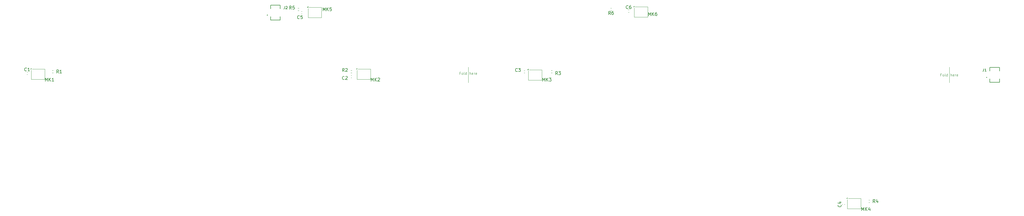
<source format=gbr>
%TF.GenerationSoftware,KiCad,Pcbnew,9.0.2*%
%TF.CreationDate,2025-06-25T18:58:00+02:00*%
%TF.ProjectId,flex_mems,666c6578-5f6d-4656-9d73-2e6b69636164,rev?*%
%TF.SameCoordinates,Original*%
%TF.FileFunction,Legend,Top*%
%TF.FilePolarity,Positive*%
%FSLAX46Y46*%
G04 Gerber Fmt 4.6, Leading zero omitted, Abs format (unit mm)*
G04 Created by KiCad (PCBNEW 9.0.2) date 2025-06-25 18:58:00*
%MOMM*%
%LPD*%
G01*
G04 APERTURE LIST*
%ADD10C,0.120000*%
%ADD11C,0.080000*%
%ADD12C,0.150000*%
%ADD13C,0.127000*%
%ADD14C,0.200000*%
G04 APERTURE END LIST*
D10*
X222500000Y-144600000D02*
X222500000Y-149400000D01*
X372500000Y-144600000D02*
X372500000Y-149400000D01*
D11*
X370009773Y-146978887D02*
X369743107Y-146978887D01*
X369743107Y-147397935D02*
X369743107Y-146597935D01*
X369743107Y-146597935D02*
X370124059Y-146597935D01*
X370543106Y-147397935D02*
X370466916Y-147359840D01*
X370466916Y-147359840D02*
X370428821Y-147321744D01*
X370428821Y-147321744D02*
X370390725Y-147245554D01*
X370390725Y-147245554D02*
X370390725Y-147016982D01*
X370390725Y-147016982D02*
X370428821Y-146940792D01*
X370428821Y-146940792D02*
X370466916Y-146902697D01*
X370466916Y-146902697D02*
X370543106Y-146864601D01*
X370543106Y-146864601D02*
X370657392Y-146864601D01*
X370657392Y-146864601D02*
X370733583Y-146902697D01*
X370733583Y-146902697D02*
X370771678Y-146940792D01*
X370771678Y-146940792D02*
X370809773Y-147016982D01*
X370809773Y-147016982D02*
X370809773Y-147245554D01*
X370809773Y-147245554D02*
X370771678Y-147321744D01*
X370771678Y-147321744D02*
X370733583Y-147359840D01*
X370733583Y-147359840D02*
X370657392Y-147397935D01*
X370657392Y-147397935D02*
X370543106Y-147397935D01*
X371266916Y-147397935D02*
X371190726Y-147359840D01*
X371190726Y-147359840D02*
X371152631Y-147283649D01*
X371152631Y-147283649D02*
X371152631Y-146597935D01*
X371914536Y-147397935D02*
X371914536Y-146597935D01*
X371914536Y-147359840D02*
X371838345Y-147397935D01*
X371838345Y-147397935D02*
X371685964Y-147397935D01*
X371685964Y-147397935D02*
X371609774Y-147359840D01*
X371609774Y-147359840D02*
X371571679Y-147321744D01*
X371571679Y-147321744D02*
X371533583Y-147245554D01*
X371533583Y-147245554D02*
X371533583Y-147016982D01*
X371533583Y-147016982D02*
X371571679Y-146940792D01*
X371571679Y-146940792D02*
X371609774Y-146902697D01*
X371609774Y-146902697D02*
X371685964Y-146864601D01*
X371685964Y-146864601D02*
X371838345Y-146864601D01*
X371838345Y-146864601D02*
X371914536Y-146902697D01*
X372905013Y-147397935D02*
X372905013Y-146597935D01*
X373247870Y-147397935D02*
X373247870Y-146978887D01*
X373247870Y-146978887D02*
X373209775Y-146902697D01*
X373209775Y-146902697D02*
X373133584Y-146864601D01*
X373133584Y-146864601D02*
X373019298Y-146864601D01*
X373019298Y-146864601D02*
X372943108Y-146902697D01*
X372943108Y-146902697D02*
X372905013Y-146940792D01*
X373933585Y-147359840D02*
X373857394Y-147397935D01*
X373857394Y-147397935D02*
X373705013Y-147397935D01*
X373705013Y-147397935D02*
X373628823Y-147359840D01*
X373628823Y-147359840D02*
X373590727Y-147283649D01*
X373590727Y-147283649D02*
X373590727Y-146978887D01*
X373590727Y-146978887D02*
X373628823Y-146902697D01*
X373628823Y-146902697D02*
X373705013Y-146864601D01*
X373705013Y-146864601D02*
X373857394Y-146864601D01*
X373857394Y-146864601D02*
X373933585Y-146902697D01*
X373933585Y-146902697D02*
X373971680Y-146978887D01*
X373971680Y-146978887D02*
X373971680Y-147055078D01*
X373971680Y-147055078D02*
X373590727Y-147131268D01*
X374314537Y-147397935D02*
X374314537Y-146864601D01*
X374314537Y-147016982D02*
X374352632Y-146940792D01*
X374352632Y-146940792D02*
X374390727Y-146902697D01*
X374390727Y-146902697D02*
X374466918Y-146864601D01*
X374466918Y-146864601D02*
X374543108Y-146864601D01*
X375114537Y-147359840D02*
X375038346Y-147397935D01*
X375038346Y-147397935D02*
X374885965Y-147397935D01*
X374885965Y-147397935D02*
X374809775Y-147359840D01*
X374809775Y-147359840D02*
X374771679Y-147283649D01*
X374771679Y-147283649D02*
X374771679Y-146978887D01*
X374771679Y-146978887D02*
X374809775Y-146902697D01*
X374809775Y-146902697D02*
X374885965Y-146864601D01*
X374885965Y-146864601D02*
X375038346Y-146864601D01*
X375038346Y-146864601D02*
X375114537Y-146902697D01*
X375114537Y-146902697D02*
X375152632Y-146978887D01*
X375152632Y-146978887D02*
X375152632Y-147055078D01*
X375152632Y-147055078D02*
X374771679Y-147131268D01*
X220009773Y-146478887D02*
X219743107Y-146478887D01*
X219743107Y-146897935D02*
X219743107Y-146097935D01*
X219743107Y-146097935D02*
X220124059Y-146097935D01*
X220543106Y-146897935D02*
X220466916Y-146859840D01*
X220466916Y-146859840D02*
X220428821Y-146821744D01*
X220428821Y-146821744D02*
X220390725Y-146745554D01*
X220390725Y-146745554D02*
X220390725Y-146516982D01*
X220390725Y-146516982D02*
X220428821Y-146440792D01*
X220428821Y-146440792D02*
X220466916Y-146402697D01*
X220466916Y-146402697D02*
X220543106Y-146364601D01*
X220543106Y-146364601D02*
X220657392Y-146364601D01*
X220657392Y-146364601D02*
X220733583Y-146402697D01*
X220733583Y-146402697D02*
X220771678Y-146440792D01*
X220771678Y-146440792D02*
X220809773Y-146516982D01*
X220809773Y-146516982D02*
X220809773Y-146745554D01*
X220809773Y-146745554D02*
X220771678Y-146821744D01*
X220771678Y-146821744D02*
X220733583Y-146859840D01*
X220733583Y-146859840D02*
X220657392Y-146897935D01*
X220657392Y-146897935D02*
X220543106Y-146897935D01*
X221266916Y-146897935D02*
X221190726Y-146859840D01*
X221190726Y-146859840D02*
X221152631Y-146783649D01*
X221152631Y-146783649D02*
X221152631Y-146097935D01*
X221914536Y-146897935D02*
X221914536Y-146097935D01*
X221914536Y-146859840D02*
X221838345Y-146897935D01*
X221838345Y-146897935D02*
X221685964Y-146897935D01*
X221685964Y-146897935D02*
X221609774Y-146859840D01*
X221609774Y-146859840D02*
X221571679Y-146821744D01*
X221571679Y-146821744D02*
X221533583Y-146745554D01*
X221533583Y-146745554D02*
X221533583Y-146516982D01*
X221533583Y-146516982D02*
X221571679Y-146440792D01*
X221571679Y-146440792D02*
X221609774Y-146402697D01*
X221609774Y-146402697D02*
X221685964Y-146364601D01*
X221685964Y-146364601D02*
X221838345Y-146364601D01*
X221838345Y-146364601D02*
X221914536Y-146402697D01*
X222905013Y-146897935D02*
X222905013Y-146097935D01*
X223247870Y-146897935D02*
X223247870Y-146478887D01*
X223247870Y-146478887D02*
X223209775Y-146402697D01*
X223209775Y-146402697D02*
X223133584Y-146364601D01*
X223133584Y-146364601D02*
X223019298Y-146364601D01*
X223019298Y-146364601D02*
X222943108Y-146402697D01*
X222943108Y-146402697D02*
X222905013Y-146440792D01*
X223933585Y-146859840D02*
X223857394Y-146897935D01*
X223857394Y-146897935D02*
X223705013Y-146897935D01*
X223705013Y-146897935D02*
X223628823Y-146859840D01*
X223628823Y-146859840D02*
X223590727Y-146783649D01*
X223590727Y-146783649D02*
X223590727Y-146478887D01*
X223590727Y-146478887D02*
X223628823Y-146402697D01*
X223628823Y-146402697D02*
X223705013Y-146364601D01*
X223705013Y-146364601D02*
X223857394Y-146364601D01*
X223857394Y-146364601D02*
X223933585Y-146402697D01*
X223933585Y-146402697D02*
X223971680Y-146478887D01*
X223971680Y-146478887D02*
X223971680Y-146555078D01*
X223971680Y-146555078D02*
X223590727Y-146631268D01*
X224314537Y-146897935D02*
X224314537Y-146364601D01*
X224314537Y-146516982D02*
X224352632Y-146440792D01*
X224352632Y-146440792D02*
X224390727Y-146402697D01*
X224390727Y-146402697D02*
X224466918Y-146364601D01*
X224466918Y-146364601D02*
X224543108Y-146364601D01*
X225114537Y-146859840D02*
X225038346Y-146897935D01*
X225038346Y-146897935D02*
X224885965Y-146897935D01*
X224885965Y-146897935D02*
X224809775Y-146859840D01*
X224809775Y-146859840D02*
X224771679Y-146783649D01*
X224771679Y-146783649D02*
X224771679Y-146478887D01*
X224771679Y-146478887D02*
X224809775Y-146402697D01*
X224809775Y-146402697D02*
X224885965Y-146364601D01*
X224885965Y-146364601D02*
X225038346Y-146364601D01*
X225038346Y-146364601D02*
X225114537Y-146402697D01*
X225114537Y-146402697D02*
X225152632Y-146478887D01*
X225152632Y-146478887D02*
X225152632Y-146555078D01*
X225152632Y-146555078D02*
X224771679Y-146631268D01*
D12*
X177190476Y-126954819D02*
X177190476Y-125954819D01*
X177190476Y-125954819D02*
X177523809Y-126669104D01*
X177523809Y-126669104D02*
X177857142Y-125954819D01*
X177857142Y-125954819D02*
X177857142Y-126954819D01*
X178333333Y-126954819D02*
X178333333Y-125954819D01*
X178904761Y-126954819D02*
X178476190Y-126383390D01*
X178904761Y-125954819D02*
X178333333Y-126526247D01*
X179809523Y-125954819D02*
X179333333Y-125954819D01*
X179333333Y-125954819D02*
X179285714Y-126431009D01*
X179285714Y-126431009D02*
X179333333Y-126383390D01*
X179333333Y-126383390D02*
X179428571Y-126335771D01*
X179428571Y-126335771D02*
X179666666Y-126335771D01*
X179666666Y-126335771D02*
X179761904Y-126383390D01*
X179761904Y-126383390D02*
X179809523Y-126431009D01*
X179809523Y-126431009D02*
X179857142Y-126526247D01*
X179857142Y-126526247D02*
X179857142Y-126764342D01*
X179857142Y-126764342D02*
X179809523Y-126859580D01*
X179809523Y-126859580D02*
X179761904Y-126907200D01*
X179761904Y-126907200D02*
X179666666Y-126954819D01*
X179666666Y-126954819D02*
X179428571Y-126954819D01*
X179428571Y-126954819D02*
X179333333Y-126907200D01*
X179333333Y-126907200D02*
X179285714Y-126859580D01*
X165233333Y-125562295D02*
X165233333Y-126133723D01*
X165233333Y-126133723D02*
X165195238Y-126248009D01*
X165195238Y-126248009D02*
X165119047Y-126324200D01*
X165119047Y-126324200D02*
X165004762Y-126362295D01*
X165004762Y-126362295D02*
X164928571Y-126362295D01*
X165576190Y-125638485D02*
X165614286Y-125600390D01*
X165614286Y-125600390D02*
X165690476Y-125562295D01*
X165690476Y-125562295D02*
X165880952Y-125562295D01*
X165880952Y-125562295D02*
X165957143Y-125600390D01*
X165957143Y-125600390D02*
X165995238Y-125638485D01*
X165995238Y-125638485D02*
X166033333Y-125714676D01*
X166033333Y-125714676D02*
X166033333Y-125790866D01*
X166033333Y-125790866D02*
X165995238Y-125905152D01*
X165995238Y-125905152D02*
X165538095Y-126362295D01*
X165538095Y-126362295D02*
X166033333Y-126362295D01*
X338699580Y-187666666D02*
X338747200Y-187714285D01*
X338747200Y-187714285D02*
X338794819Y-187857142D01*
X338794819Y-187857142D02*
X338794819Y-187952380D01*
X338794819Y-187952380D02*
X338747200Y-188095237D01*
X338747200Y-188095237D02*
X338651961Y-188190475D01*
X338651961Y-188190475D02*
X338556723Y-188238094D01*
X338556723Y-188238094D02*
X338366247Y-188285713D01*
X338366247Y-188285713D02*
X338223390Y-188285713D01*
X338223390Y-188285713D02*
X338032914Y-188238094D01*
X338032914Y-188238094D02*
X337937676Y-188190475D01*
X337937676Y-188190475D02*
X337842438Y-188095237D01*
X337842438Y-188095237D02*
X337794819Y-187952380D01*
X337794819Y-187952380D02*
X337794819Y-187857142D01*
X337794819Y-187857142D02*
X337842438Y-187714285D01*
X337842438Y-187714285D02*
X337890057Y-187666666D01*
X338128152Y-186809523D02*
X338794819Y-186809523D01*
X337747200Y-187047618D02*
X338461485Y-187285713D01*
X338461485Y-187285713D02*
X338461485Y-186666666D01*
X245690476Y-148954819D02*
X245690476Y-147954819D01*
X245690476Y-147954819D02*
X246023809Y-148669104D01*
X246023809Y-148669104D02*
X246357142Y-147954819D01*
X246357142Y-147954819D02*
X246357142Y-148954819D01*
X246833333Y-148954819D02*
X246833333Y-147954819D01*
X247404761Y-148954819D02*
X246976190Y-148383390D01*
X247404761Y-147954819D02*
X246833333Y-148526247D01*
X247738095Y-147954819D02*
X248357142Y-147954819D01*
X248357142Y-147954819D02*
X248023809Y-148335771D01*
X248023809Y-148335771D02*
X248166666Y-148335771D01*
X248166666Y-148335771D02*
X248261904Y-148383390D01*
X248261904Y-148383390D02*
X248309523Y-148431009D01*
X248309523Y-148431009D02*
X248357142Y-148526247D01*
X248357142Y-148526247D02*
X248357142Y-148764342D01*
X248357142Y-148764342D02*
X248309523Y-148859580D01*
X248309523Y-148859580D02*
X248261904Y-148907200D01*
X248261904Y-148907200D02*
X248166666Y-148954819D01*
X248166666Y-148954819D02*
X247880952Y-148954819D01*
X247880952Y-148954819D02*
X247785714Y-148907200D01*
X247785714Y-148907200D02*
X247738095Y-148859580D01*
X192190476Y-148954819D02*
X192190476Y-147954819D01*
X192190476Y-147954819D02*
X192523809Y-148669104D01*
X192523809Y-148669104D02*
X192857142Y-147954819D01*
X192857142Y-147954819D02*
X192857142Y-148954819D01*
X193333333Y-148954819D02*
X193333333Y-147954819D01*
X193904761Y-148954819D02*
X193476190Y-148383390D01*
X193904761Y-147954819D02*
X193333333Y-148526247D01*
X194285714Y-148050057D02*
X194333333Y-148002438D01*
X194333333Y-148002438D02*
X194428571Y-147954819D01*
X194428571Y-147954819D02*
X194666666Y-147954819D01*
X194666666Y-147954819D02*
X194761904Y-148002438D01*
X194761904Y-148002438D02*
X194809523Y-148050057D01*
X194809523Y-148050057D02*
X194857142Y-148145295D01*
X194857142Y-148145295D02*
X194857142Y-148240533D01*
X194857142Y-148240533D02*
X194809523Y-148383390D01*
X194809523Y-148383390D02*
X194238095Y-148954819D01*
X194238095Y-148954819D02*
X194857142Y-148954819D01*
X278690476Y-128454819D02*
X278690476Y-127454819D01*
X278690476Y-127454819D02*
X279023809Y-128169104D01*
X279023809Y-128169104D02*
X279357142Y-127454819D01*
X279357142Y-127454819D02*
X279357142Y-128454819D01*
X279833333Y-128454819D02*
X279833333Y-127454819D01*
X280404761Y-128454819D02*
X279976190Y-127883390D01*
X280404761Y-127454819D02*
X279833333Y-128026247D01*
X281261904Y-127454819D02*
X281071428Y-127454819D01*
X281071428Y-127454819D02*
X280976190Y-127502438D01*
X280976190Y-127502438D02*
X280928571Y-127550057D01*
X280928571Y-127550057D02*
X280833333Y-127692914D01*
X280833333Y-127692914D02*
X280785714Y-127883390D01*
X280785714Y-127883390D02*
X280785714Y-128264342D01*
X280785714Y-128264342D02*
X280833333Y-128359580D01*
X280833333Y-128359580D02*
X280880952Y-128407200D01*
X280880952Y-128407200D02*
X280976190Y-128454819D01*
X280976190Y-128454819D02*
X281166666Y-128454819D01*
X281166666Y-128454819D02*
X281261904Y-128407200D01*
X281261904Y-128407200D02*
X281309523Y-128359580D01*
X281309523Y-128359580D02*
X281357142Y-128264342D01*
X281357142Y-128264342D02*
X281357142Y-128026247D01*
X281357142Y-128026247D02*
X281309523Y-127931009D01*
X281309523Y-127931009D02*
X281261904Y-127883390D01*
X281261904Y-127883390D02*
X281166666Y-127835771D01*
X281166666Y-127835771D02*
X280976190Y-127835771D01*
X280976190Y-127835771D02*
X280880952Y-127883390D01*
X280880952Y-127883390D02*
X280833333Y-127931009D01*
X280833333Y-127931009D02*
X280785714Y-128026247D01*
X94723333Y-146454819D02*
X94390000Y-145978628D01*
X94151905Y-146454819D02*
X94151905Y-145454819D01*
X94151905Y-145454819D02*
X94532857Y-145454819D01*
X94532857Y-145454819D02*
X94628095Y-145502438D01*
X94628095Y-145502438D02*
X94675714Y-145550057D01*
X94675714Y-145550057D02*
X94723333Y-145645295D01*
X94723333Y-145645295D02*
X94723333Y-145788152D01*
X94723333Y-145788152D02*
X94675714Y-145883390D01*
X94675714Y-145883390D02*
X94628095Y-145931009D01*
X94628095Y-145931009D02*
X94532857Y-145978628D01*
X94532857Y-145978628D02*
X94151905Y-145978628D01*
X95675714Y-146454819D02*
X95104286Y-146454819D01*
X95390000Y-146454819D02*
X95390000Y-145454819D01*
X95390000Y-145454819D02*
X95294762Y-145597676D01*
X95294762Y-145597676D02*
X95199524Y-145692914D01*
X95199524Y-145692914D02*
X95104286Y-145740533D01*
X90580476Y-148954819D02*
X90580476Y-147954819D01*
X90580476Y-147954819D02*
X90913809Y-148669104D01*
X90913809Y-148669104D02*
X91247142Y-147954819D01*
X91247142Y-147954819D02*
X91247142Y-148954819D01*
X91723333Y-148954819D02*
X91723333Y-147954819D01*
X92294761Y-148954819D02*
X91866190Y-148383390D01*
X92294761Y-147954819D02*
X91723333Y-148526247D01*
X93247142Y-148954819D02*
X92675714Y-148954819D01*
X92961428Y-148954819D02*
X92961428Y-147954819D01*
X92961428Y-147954819D02*
X92866190Y-148097676D01*
X92866190Y-148097676D02*
X92770952Y-148192914D01*
X92770952Y-148192914D02*
X92675714Y-148240533D01*
X84743333Y-145699580D02*
X84695714Y-145747200D01*
X84695714Y-145747200D02*
X84552857Y-145794819D01*
X84552857Y-145794819D02*
X84457619Y-145794819D01*
X84457619Y-145794819D02*
X84314762Y-145747200D01*
X84314762Y-145747200D02*
X84219524Y-145651961D01*
X84219524Y-145651961D02*
X84171905Y-145556723D01*
X84171905Y-145556723D02*
X84124286Y-145366247D01*
X84124286Y-145366247D02*
X84124286Y-145223390D01*
X84124286Y-145223390D02*
X84171905Y-145032914D01*
X84171905Y-145032914D02*
X84219524Y-144937676D01*
X84219524Y-144937676D02*
X84314762Y-144842438D01*
X84314762Y-144842438D02*
X84457619Y-144794819D01*
X84457619Y-144794819D02*
X84552857Y-144794819D01*
X84552857Y-144794819D02*
X84695714Y-144842438D01*
X84695714Y-144842438D02*
X84743333Y-144890057D01*
X85695714Y-145794819D02*
X85124286Y-145794819D01*
X85410000Y-145794819D02*
X85410000Y-144794819D01*
X85410000Y-144794819D02*
X85314762Y-144937676D01*
X85314762Y-144937676D02*
X85219524Y-145032914D01*
X85219524Y-145032914D02*
X85124286Y-145080533D01*
X272333333Y-126199580D02*
X272285714Y-126247200D01*
X272285714Y-126247200D02*
X272142857Y-126294819D01*
X272142857Y-126294819D02*
X272047619Y-126294819D01*
X272047619Y-126294819D02*
X271904762Y-126247200D01*
X271904762Y-126247200D02*
X271809524Y-126151961D01*
X271809524Y-126151961D02*
X271761905Y-126056723D01*
X271761905Y-126056723D02*
X271714286Y-125866247D01*
X271714286Y-125866247D02*
X271714286Y-125723390D01*
X271714286Y-125723390D02*
X271761905Y-125532914D01*
X271761905Y-125532914D02*
X271809524Y-125437676D01*
X271809524Y-125437676D02*
X271904762Y-125342438D01*
X271904762Y-125342438D02*
X272047619Y-125294819D01*
X272047619Y-125294819D02*
X272142857Y-125294819D01*
X272142857Y-125294819D02*
X272285714Y-125342438D01*
X272285714Y-125342438D02*
X272333333Y-125390057D01*
X273190476Y-125294819D02*
X273000000Y-125294819D01*
X273000000Y-125294819D02*
X272904762Y-125342438D01*
X272904762Y-125342438D02*
X272857143Y-125390057D01*
X272857143Y-125390057D02*
X272761905Y-125532914D01*
X272761905Y-125532914D02*
X272714286Y-125723390D01*
X272714286Y-125723390D02*
X272714286Y-126104342D01*
X272714286Y-126104342D02*
X272761905Y-126199580D01*
X272761905Y-126199580D02*
X272809524Y-126247200D01*
X272809524Y-126247200D02*
X272904762Y-126294819D01*
X272904762Y-126294819D02*
X273095238Y-126294819D01*
X273095238Y-126294819D02*
X273190476Y-126247200D01*
X273190476Y-126247200D02*
X273238095Y-126199580D01*
X273238095Y-126199580D02*
X273285714Y-126104342D01*
X273285714Y-126104342D02*
X273285714Y-125866247D01*
X273285714Y-125866247D02*
X273238095Y-125771009D01*
X273238095Y-125771009D02*
X273190476Y-125723390D01*
X273190476Y-125723390D02*
X273095238Y-125675771D01*
X273095238Y-125675771D02*
X272904762Y-125675771D01*
X272904762Y-125675771D02*
X272809524Y-125723390D01*
X272809524Y-125723390D02*
X272761905Y-125771009D01*
X272761905Y-125771009D02*
X272714286Y-125866247D01*
X345190476Y-189454819D02*
X345190476Y-188454819D01*
X345190476Y-188454819D02*
X345523809Y-189169104D01*
X345523809Y-189169104D02*
X345857142Y-188454819D01*
X345857142Y-188454819D02*
X345857142Y-189454819D01*
X346333333Y-189454819D02*
X346333333Y-188454819D01*
X346904761Y-189454819D02*
X346476190Y-188883390D01*
X346904761Y-188454819D02*
X346333333Y-189026247D01*
X347761904Y-188788152D02*
X347761904Y-189454819D01*
X347523809Y-188407200D02*
X347285714Y-189121485D01*
X347285714Y-189121485D02*
X347904761Y-189121485D01*
X266833333Y-128124819D02*
X266500000Y-127648628D01*
X266261905Y-128124819D02*
X266261905Y-127124819D01*
X266261905Y-127124819D02*
X266642857Y-127124819D01*
X266642857Y-127124819D02*
X266738095Y-127172438D01*
X266738095Y-127172438D02*
X266785714Y-127220057D01*
X266785714Y-127220057D02*
X266833333Y-127315295D01*
X266833333Y-127315295D02*
X266833333Y-127458152D01*
X266833333Y-127458152D02*
X266785714Y-127553390D01*
X266785714Y-127553390D02*
X266738095Y-127601009D01*
X266738095Y-127601009D02*
X266642857Y-127648628D01*
X266642857Y-127648628D02*
X266261905Y-127648628D01*
X267690476Y-127124819D02*
X267500000Y-127124819D01*
X267500000Y-127124819D02*
X267404762Y-127172438D01*
X267404762Y-127172438D02*
X267357143Y-127220057D01*
X267357143Y-127220057D02*
X267261905Y-127362914D01*
X267261905Y-127362914D02*
X267214286Y-127553390D01*
X267214286Y-127553390D02*
X267214286Y-127934342D01*
X267214286Y-127934342D02*
X267261905Y-128029580D01*
X267261905Y-128029580D02*
X267309524Y-128077200D01*
X267309524Y-128077200D02*
X267404762Y-128124819D01*
X267404762Y-128124819D02*
X267595238Y-128124819D01*
X267595238Y-128124819D02*
X267690476Y-128077200D01*
X267690476Y-128077200D02*
X267738095Y-128029580D01*
X267738095Y-128029580D02*
X267785714Y-127934342D01*
X267785714Y-127934342D02*
X267785714Y-127696247D01*
X267785714Y-127696247D02*
X267738095Y-127601009D01*
X267738095Y-127601009D02*
X267690476Y-127553390D01*
X267690476Y-127553390D02*
X267595238Y-127505771D01*
X267595238Y-127505771D02*
X267404762Y-127505771D01*
X267404762Y-127505771D02*
X267309524Y-127553390D01*
X267309524Y-127553390D02*
X267261905Y-127601009D01*
X267261905Y-127601009D02*
X267214286Y-127696247D01*
X183833333Y-145954819D02*
X183500000Y-145478628D01*
X183261905Y-145954819D02*
X183261905Y-144954819D01*
X183261905Y-144954819D02*
X183642857Y-144954819D01*
X183642857Y-144954819D02*
X183738095Y-145002438D01*
X183738095Y-145002438D02*
X183785714Y-145050057D01*
X183785714Y-145050057D02*
X183833333Y-145145295D01*
X183833333Y-145145295D02*
X183833333Y-145288152D01*
X183833333Y-145288152D02*
X183785714Y-145383390D01*
X183785714Y-145383390D02*
X183738095Y-145431009D01*
X183738095Y-145431009D02*
X183642857Y-145478628D01*
X183642857Y-145478628D02*
X183261905Y-145478628D01*
X184214286Y-145050057D02*
X184261905Y-145002438D01*
X184261905Y-145002438D02*
X184357143Y-144954819D01*
X184357143Y-144954819D02*
X184595238Y-144954819D01*
X184595238Y-144954819D02*
X184690476Y-145002438D01*
X184690476Y-145002438D02*
X184738095Y-145050057D01*
X184738095Y-145050057D02*
X184785714Y-145145295D01*
X184785714Y-145145295D02*
X184785714Y-145240533D01*
X184785714Y-145240533D02*
X184738095Y-145383390D01*
X184738095Y-145383390D02*
X184166667Y-145954819D01*
X184166667Y-145954819D02*
X184785714Y-145954819D01*
X250333333Y-146954819D02*
X250000000Y-146478628D01*
X249761905Y-146954819D02*
X249761905Y-145954819D01*
X249761905Y-145954819D02*
X250142857Y-145954819D01*
X250142857Y-145954819D02*
X250238095Y-146002438D01*
X250238095Y-146002438D02*
X250285714Y-146050057D01*
X250285714Y-146050057D02*
X250333333Y-146145295D01*
X250333333Y-146145295D02*
X250333333Y-146288152D01*
X250333333Y-146288152D02*
X250285714Y-146383390D01*
X250285714Y-146383390D02*
X250238095Y-146431009D01*
X250238095Y-146431009D02*
X250142857Y-146478628D01*
X250142857Y-146478628D02*
X249761905Y-146478628D01*
X250666667Y-145954819D02*
X251285714Y-145954819D01*
X251285714Y-145954819D02*
X250952381Y-146335771D01*
X250952381Y-146335771D02*
X251095238Y-146335771D01*
X251095238Y-146335771D02*
X251190476Y-146383390D01*
X251190476Y-146383390D02*
X251238095Y-146431009D01*
X251238095Y-146431009D02*
X251285714Y-146526247D01*
X251285714Y-146526247D02*
X251285714Y-146764342D01*
X251285714Y-146764342D02*
X251238095Y-146859580D01*
X251238095Y-146859580D02*
X251190476Y-146907200D01*
X251190476Y-146907200D02*
X251095238Y-146954819D01*
X251095238Y-146954819D02*
X250809524Y-146954819D01*
X250809524Y-146954819D02*
X250714286Y-146907200D01*
X250714286Y-146907200D02*
X250666667Y-146859580D01*
X183833333Y-148359580D02*
X183785714Y-148407200D01*
X183785714Y-148407200D02*
X183642857Y-148454819D01*
X183642857Y-148454819D02*
X183547619Y-148454819D01*
X183547619Y-148454819D02*
X183404762Y-148407200D01*
X183404762Y-148407200D02*
X183309524Y-148311961D01*
X183309524Y-148311961D02*
X183261905Y-148216723D01*
X183261905Y-148216723D02*
X183214286Y-148026247D01*
X183214286Y-148026247D02*
X183214286Y-147883390D01*
X183214286Y-147883390D02*
X183261905Y-147692914D01*
X183261905Y-147692914D02*
X183309524Y-147597676D01*
X183309524Y-147597676D02*
X183404762Y-147502438D01*
X183404762Y-147502438D02*
X183547619Y-147454819D01*
X183547619Y-147454819D02*
X183642857Y-147454819D01*
X183642857Y-147454819D02*
X183785714Y-147502438D01*
X183785714Y-147502438D02*
X183833333Y-147550057D01*
X184214286Y-147550057D02*
X184261905Y-147502438D01*
X184261905Y-147502438D02*
X184357143Y-147454819D01*
X184357143Y-147454819D02*
X184595238Y-147454819D01*
X184595238Y-147454819D02*
X184690476Y-147502438D01*
X184690476Y-147502438D02*
X184738095Y-147550057D01*
X184738095Y-147550057D02*
X184785714Y-147645295D01*
X184785714Y-147645295D02*
X184785714Y-147740533D01*
X184785714Y-147740533D02*
X184738095Y-147883390D01*
X184738095Y-147883390D02*
X184166667Y-148454819D01*
X184166667Y-148454819D02*
X184785714Y-148454819D01*
X349333333Y-186954819D02*
X349000000Y-186478628D01*
X348761905Y-186954819D02*
X348761905Y-185954819D01*
X348761905Y-185954819D02*
X349142857Y-185954819D01*
X349142857Y-185954819D02*
X349238095Y-186002438D01*
X349238095Y-186002438D02*
X349285714Y-186050057D01*
X349285714Y-186050057D02*
X349333333Y-186145295D01*
X349333333Y-186145295D02*
X349333333Y-186288152D01*
X349333333Y-186288152D02*
X349285714Y-186383390D01*
X349285714Y-186383390D02*
X349238095Y-186431009D01*
X349238095Y-186431009D02*
X349142857Y-186478628D01*
X349142857Y-186478628D02*
X348761905Y-186478628D01*
X350190476Y-186288152D02*
X350190476Y-186954819D01*
X349952381Y-185907200D02*
X349714286Y-186621485D01*
X349714286Y-186621485D02*
X350333333Y-186621485D01*
X169833333Y-129359580D02*
X169785714Y-129407200D01*
X169785714Y-129407200D02*
X169642857Y-129454819D01*
X169642857Y-129454819D02*
X169547619Y-129454819D01*
X169547619Y-129454819D02*
X169404762Y-129407200D01*
X169404762Y-129407200D02*
X169309524Y-129311961D01*
X169309524Y-129311961D02*
X169261905Y-129216723D01*
X169261905Y-129216723D02*
X169214286Y-129026247D01*
X169214286Y-129026247D02*
X169214286Y-128883390D01*
X169214286Y-128883390D02*
X169261905Y-128692914D01*
X169261905Y-128692914D02*
X169309524Y-128597676D01*
X169309524Y-128597676D02*
X169404762Y-128502438D01*
X169404762Y-128502438D02*
X169547619Y-128454819D01*
X169547619Y-128454819D02*
X169642857Y-128454819D01*
X169642857Y-128454819D02*
X169785714Y-128502438D01*
X169785714Y-128502438D02*
X169833333Y-128550057D01*
X170738095Y-128454819D02*
X170261905Y-128454819D01*
X170261905Y-128454819D02*
X170214286Y-128931009D01*
X170214286Y-128931009D02*
X170261905Y-128883390D01*
X170261905Y-128883390D02*
X170357143Y-128835771D01*
X170357143Y-128835771D02*
X170595238Y-128835771D01*
X170595238Y-128835771D02*
X170690476Y-128883390D01*
X170690476Y-128883390D02*
X170738095Y-128931009D01*
X170738095Y-128931009D02*
X170785714Y-129026247D01*
X170785714Y-129026247D02*
X170785714Y-129264342D01*
X170785714Y-129264342D02*
X170738095Y-129359580D01*
X170738095Y-129359580D02*
X170690476Y-129407200D01*
X170690476Y-129407200D02*
X170595238Y-129454819D01*
X170595238Y-129454819D02*
X170357143Y-129454819D01*
X170357143Y-129454819D02*
X170261905Y-129407200D01*
X170261905Y-129407200D02*
X170214286Y-129359580D01*
X383233333Y-145062295D02*
X383233333Y-145633723D01*
X383233333Y-145633723D02*
X383195238Y-145748009D01*
X383195238Y-145748009D02*
X383119047Y-145824200D01*
X383119047Y-145824200D02*
X383004762Y-145862295D01*
X383004762Y-145862295D02*
X382928571Y-145862295D01*
X384033333Y-145862295D02*
X383576190Y-145862295D01*
X383804762Y-145862295D02*
X383804762Y-145062295D01*
X383804762Y-145062295D02*
X383728571Y-145176580D01*
X383728571Y-145176580D02*
X383652381Y-145252771D01*
X383652381Y-145252771D02*
X383576190Y-145290866D01*
X237833333Y-145859580D02*
X237785714Y-145907200D01*
X237785714Y-145907200D02*
X237642857Y-145954819D01*
X237642857Y-145954819D02*
X237547619Y-145954819D01*
X237547619Y-145954819D02*
X237404762Y-145907200D01*
X237404762Y-145907200D02*
X237309524Y-145811961D01*
X237309524Y-145811961D02*
X237261905Y-145716723D01*
X237261905Y-145716723D02*
X237214286Y-145526247D01*
X237214286Y-145526247D02*
X237214286Y-145383390D01*
X237214286Y-145383390D02*
X237261905Y-145192914D01*
X237261905Y-145192914D02*
X237309524Y-145097676D01*
X237309524Y-145097676D02*
X237404762Y-145002438D01*
X237404762Y-145002438D02*
X237547619Y-144954819D01*
X237547619Y-144954819D02*
X237642857Y-144954819D01*
X237642857Y-144954819D02*
X237785714Y-145002438D01*
X237785714Y-145002438D02*
X237833333Y-145050057D01*
X238166667Y-144954819D02*
X238785714Y-144954819D01*
X238785714Y-144954819D02*
X238452381Y-145335771D01*
X238452381Y-145335771D02*
X238595238Y-145335771D01*
X238595238Y-145335771D02*
X238690476Y-145383390D01*
X238690476Y-145383390D02*
X238738095Y-145431009D01*
X238738095Y-145431009D02*
X238785714Y-145526247D01*
X238785714Y-145526247D02*
X238785714Y-145764342D01*
X238785714Y-145764342D02*
X238738095Y-145859580D01*
X238738095Y-145859580D02*
X238690476Y-145907200D01*
X238690476Y-145907200D02*
X238595238Y-145954819D01*
X238595238Y-145954819D02*
X238309524Y-145954819D01*
X238309524Y-145954819D02*
X238214286Y-145907200D01*
X238214286Y-145907200D02*
X238166667Y-145859580D01*
X167333333Y-126454819D02*
X167000000Y-125978628D01*
X166761905Y-126454819D02*
X166761905Y-125454819D01*
X166761905Y-125454819D02*
X167142857Y-125454819D01*
X167142857Y-125454819D02*
X167238095Y-125502438D01*
X167238095Y-125502438D02*
X167285714Y-125550057D01*
X167285714Y-125550057D02*
X167333333Y-125645295D01*
X167333333Y-125645295D02*
X167333333Y-125788152D01*
X167333333Y-125788152D02*
X167285714Y-125883390D01*
X167285714Y-125883390D02*
X167238095Y-125931009D01*
X167238095Y-125931009D02*
X167142857Y-125978628D01*
X167142857Y-125978628D02*
X166761905Y-125978628D01*
X168238095Y-125454819D02*
X167761905Y-125454819D01*
X167761905Y-125454819D02*
X167714286Y-125931009D01*
X167714286Y-125931009D02*
X167761905Y-125883390D01*
X167761905Y-125883390D02*
X167857143Y-125835771D01*
X167857143Y-125835771D02*
X168095238Y-125835771D01*
X168095238Y-125835771D02*
X168190476Y-125883390D01*
X168190476Y-125883390D02*
X168238095Y-125931009D01*
X168238095Y-125931009D02*
X168285714Y-126026247D01*
X168285714Y-126026247D02*
X168285714Y-126264342D01*
X168285714Y-126264342D02*
X168238095Y-126359580D01*
X168238095Y-126359580D02*
X168190476Y-126407200D01*
X168190476Y-126407200D02*
X168095238Y-126454819D01*
X168095238Y-126454819D02*
X167857143Y-126454819D01*
X167857143Y-126454819D02*
X167761905Y-126407200D01*
X167761905Y-126407200D02*
X167714286Y-126359580D01*
D10*
%TO.C,MK5*%
X172510000Y-129110000D02*
X172510000Y-126190000D01*
X172810000Y-125890000D02*
X176730000Y-125890000D01*
X176730000Y-125890000D02*
X176730000Y-129110000D01*
X176730000Y-129110000D02*
X172510000Y-129110000D01*
X172510000Y-125890000D02*
X172230000Y-125890000D01*
X172510000Y-125610000D01*
X172510000Y-125890000D01*
G36*
X172510000Y-125890000D02*
G01*
X172230000Y-125890000D01*
X172510000Y-125610000D01*
X172510000Y-125890000D01*
G37*
D13*
%TO.C,J2*%
X160820000Y-125200000D02*
X160820000Y-126280000D01*
X160820000Y-128720000D02*
X160820000Y-129800000D01*
X160820000Y-129800000D02*
X163820000Y-129800000D01*
X163820000Y-125200000D02*
X160820000Y-125200000D01*
X163820000Y-126280000D02*
X163820000Y-125200000D01*
X163820000Y-129800000D02*
X163820000Y-128720000D01*
D14*
X159920000Y-128300000D02*
G75*
G02*
X159720000Y-128300000I-100000J0D01*
G01*
X159720000Y-128300000D02*
G75*
G02*
X159920000Y-128300000I100000J0D01*
G01*
D10*
%TO.C,C4*%
X339140000Y-187607836D02*
X339140000Y-187392164D01*
X339860000Y-187607836D02*
X339860000Y-187392164D01*
%TO.C,MK3*%
X241210000Y-148610000D02*
X241210000Y-145690000D01*
X241510000Y-145390000D02*
X245430000Y-145390000D01*
X245430000Y-145390000D02*
X245430000Y-148610000D01*
X245430000Y-148610000D02*
X241210000Y-148610000D01*
X241210000Y-145390000D02*
X240930000Y-145390000D01*
X241210000Y-145110000D01*
X241210000Y-145390000D01*
G36*
X241210000Y-145390000D02*
G01*
X240930000Y-145390000D01*
X241210000Y-145110000D01*
X241210000Y-145390000D01*
G37*
%TO.C,MK2*%
X187810000Y-148417000D02*
X187810000Y-145497000D01*
X188110000Y-145197000D02*
X192030000Y-145197000D01*
X192030000Y-145197000D02*
X192030000Y-148417000D01*
X192030000Y-148417000D02*
X187810000Y-148417000D01*
X187810000Y-145197000D02*
X187530000Y-145197000D01*
X187810000Y-144917000D01*
X187810000Y-145197000D01*
G36*
X187810000Y-145197000D02*
G01*
X187530000Y-145197000D01*
X187810000Y-144917000D01*
X187810000Y-145197000D01*
G37*
%TO.C,MK6*%
X274210000Y-128920000D02*
X274210000Y-126000000D01*
X274510000Y-125700000D02*
X278430000Y-125700000D01*
X278430000Y-125700000D02*
X278430000Y-128920000D01*
X278430000Y-128920000D02*
X274210000Y-128920000D01*
X274210000Y-125700000D02*
X273930000Y-125700000D01*
X274210000Y-125420000D01*
X274210000Y-125700000D01*
G36*
X274210000Y-125700000D02*
G01*
X273930000Y-125700000D01*
X274210000Y-125420000D01*
X274210000Y-125700000D01*
G37*
%TO.C,R1*%
X92736359Y-145620000D02*
X93043641Y-145620000D01*
X92736359Y-146380000D02*
X93043641Y-146380000D01*
%TO.C,MK1*%
X86200000Y-148417000D02*
X86200000Y-145497000D01*
X86500000Y-145197000D02*
X90420000Y-145197000D01*
X90420000Y-145197000D02*
X90420000Y-148417000D01*
X90420000Y-148417000D02*
X86200000Y-148417000D01*
X86200000Y-145197000D02*
X85920000Y-145197000D01*
X86200000Y-144917000D01*
X86200000Y-145197000D01*
G36*
X86200000Y-145197000D02*
G01*
X85920000Y-145197000D01*
X86200000Y-144917000D01*
X86200000Y-145197000D01*
G37*
%TO.C,C1*%
X84802164Y-146140000D02*
X85017836Y-146140000D01*
X84802164Y-146860000D02*
X85017836Y-146860000D01*
%TO.C,C6*%
X272392164Y-126640000D02*
X272607836Y-126640000D01*
X272392164Y-127360000D02*
X272607836Y-127360000D01*
%TO.C,MK4*%
X340710000Y-188885000D02*
X340710000Y-185965000D01*
X341010000Y-185665000D02*
X344930000Y-185665000D01*
X344930000Y-185665000D02*
X344930000Y-188885000D01*
X344930000Y-188885000D02*
X340710000Y-188885000D01*
X340710000Y-185665000D02*
X340430000Y-185665000D01*
X340710000Y-185385000D01*
X340710000Y-185665000D01*
G36*
X340710000Y-185665000D02*
G01*
X340430000Y-185665000D01*
X340710000Y-185385000D01*
X340710000Y-185665000D01*
G37*
%TO.C,R6*%
X267153641Y-126120000D02*
X266846359Y-126120000D01*
X267153641Y-126880000D02*
X266846359Y-126880000D01*
%TO.C,R2*%
X186153641Y-145620000D02*
X185846359Y-145620000D01*
X186153641Y-146380000D02*
X185846359Y-146380000D01*
%TO.C,R3*%
X248346359Y-145620000D02*
X248653641Y-145620000D01*
X248346359Y-146380000D02*
X248653641Y-146380000D01*
%TO.C,C2*%
X185912164Y-147140000D02*
X186127836Y-147140000D01*
X185912164Y-147860000D02*
X186127836Y-147860000D01*
%TO.C,R4*%
X347346359Y-186120000D02*
X347653641Y-186120000D01*
X347346359Y-186880000D02*
X347653641Y-186880000D01*
%TO.C,C5*%
X170392164Y-127140000D02*
X170607836Y-127140000D01*
X170392164Y-127860000D02*
X170607836Y-127860000D01*
D13*
%TO.C,J1*%
X385180000Y-144700000D02*
X385180000Y-145780000D01*
X385180000Y-148220000D02*
X385180000Y-149300000D01*
X385180000Y-149300000D02*
X388180000Y-149300000D01*
X388180000Y-144700000D02*
X385180000Y-144700000D01*
X388180000Y-145780000D02*
X388180000Y-144700000D01*
X388180000Y-149300000D02*
X388180000Y-148220000D01*
D14*
X384280000Y-147800000D02*
G75*
G02*
X384080000Y-147800000I-100000J0D01*
G01*
X384080000Y-147800000D02*
G75*
G02*
X384280000Y-147800000I100000J0D01*
G01*
D10*
%TO.C,C3*%
X239872164Y-145640000D02*
X240087836Y-145640000D01*
X239872164Y-146360000D02*
X240087836Y-146360000D01*
%TO.C,R5*%
X169663641Y-126120000D02*
X169356359Y-126120000D01*
X169663641Y-126880000D02*
X169356359Y-126880000D01*
%TD*%
M02*

</source>
